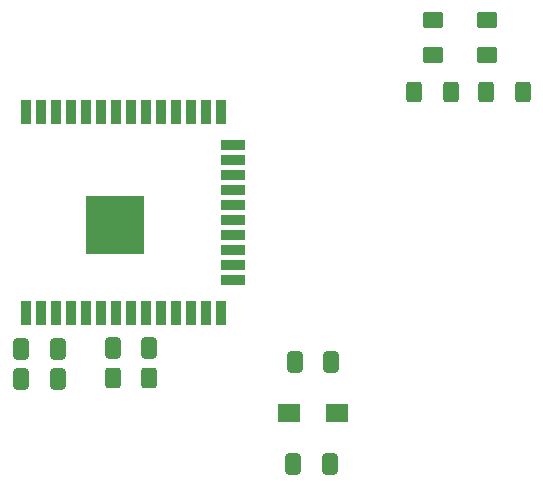
<source format=gtp>
%TF.GenerationSoftware,KiCad,Pcbnew,(6.0.1)*%
%TF.CreationDate,2022-02-11T20:29:19+00:00*%
%TF.ProjectId,pcb,7063622e-6b69-4636-9164-5f7063625858,rev?*%
%TF.SameCoordinates,Original*%
%TF.FileFunction,Paste,Top*%
%TF.FilePolarity,Positive*%
%FSLAX46Y46*%
G04 Gerber Fmt 4.6, Leading zero omitted, Abs format (unit mm)*
G04 Created by KiCad (PCBNEW (6.0.1)) date 2022-02-11 20:29:19*
%MOMM*%
%LPD*%
G01*
G04 APERTURE LIST*
G04 Aperture macros list*
%AMRoundRect*
0 Rectangle with rounded corners*
0 $1 Rounding radius*
0 $2 $3 $4 $5 $6 $7 $8 $9 X,Y pos of 4 corners*
0 Add a 4 corners polygon primitive as box body*
4,1,4,$2,$3,$4,$5,$6,$7,$8,$9,$2,$3,0*
0 Add four circle primitives for the rounded corners*
1,1,$1+$1,$2,$3*
1,1,$1+$1,$4,$5*
1,1,$1+$1,$6,$7*
1,1,$1+$1,$8,$9*
0 Add four rect primitives between the rounded corners*
20,1,$1+$1,$2,$3,$4,$5,0*
20,1,$1+$1,$4,$5,$6,$7,0*
20,1,$1+$1,$6,$7,$8,$9,0*
20,1,$1+$1,$8,$9,$2,$3,0*%
G04 Aperture macros list end*
%ADD10RoundRect,0.250000X-0.412500X-0.650000X0.412500X-0.650000X0.412500X0.650000X-0.412500X0.650000X0*%
%ADD11R,1.900000X1.500000*%
%ADD12RoundRect,0.250000X-0.400000X-0.625000X0.400000X-0.625000X0.400000X0.625000X-0.400000X0.625000X0*%
%ADD13RoundRect,0.250000X0.412500X0.650000X-0.412500X0.650000X-0.412500X-0.650000X0.412500X-0.650000X0*%
%ADD14R,0.900000X2.000000*%
%ADD15R,2.000000X0.900000*%
%ADD16R,5.000000X5.000000*%
%ADD17RoundRect,0.250001X-0.624999X0.462499X-0.624999X-0.462499X0.624999X-0.462499X0.624999X0.462499X0*%
%ADD18RoundRect,0.250000X0.400000X0.625000X-0.400000X0.625000X-0.400000X-0.625000X0.400000X-0.625000X0*%
G04 APERTURE END LIST*
D10*
%TO.C,C6*%
X112243400Y-84836000D03*
X109118400Y-84836000D03*
%TD*%
D11*
%TO.C,L1*%
X112832500Y-80553400D03*
X108732500Y-80553400D03*
%TD*%
D12*
%TO.C,R2*%
X125450000Y-53340000D03*
X128550000Y-53340000D03*
%TD*%
D13*
%TO.C,C5*%
X112345000Y-76200000D03*
X109220000Y-76200000D03*
%TD*%
D14*
%TO.C,U1*%
X86505400Y-72092200D03*
X87775400Y-72092200D03*
X89045400Y-72092200D03*
X90315400Y-72092200D03*
X91585400Y-72092200D03*
X92855400Y-72092200D03*
X94125400Y-72092200D03*
X95395400Y-72092200D03*
X96665400Y-72092200D03*
X97935400Y-72092200D03*
X99205400Y-72092200D03*
X100475400Y-72092200D03*
X101745400Y-72092200D03*
X103015400Y-72092200D03*
D15*
X104015400Y-69307200D03*
X104015400Y-68037200D03*
X104015400Y-66767200D03*
X104015400Y-65497200D03*
X104015400Y-64227200D03*
X104015400Y-62957200D03*
X104015400Y-61687200D03*
X104015400Y-60417200D03*
X104015400Y-59147200D03*
X104015400Y-57877200D03*
D14*
X103015400Y-55092200D03*
X101745400Y-55092200D03*
X100475400Y-55092200D03*
X99205400Y-55092200D03*
X97935400Y-55092200D03*
X96665400Y-55092200D03*
X95395400Y-55092200D03*
X94125400Y-55092200D03*
X92855400Y-55092200D03*
X91585400Y-55092200D03*
X90315400Y-55092200D03*
X89045400Y-55092200D03*
X87775400Y-55092200D03*
X86505400Y-55092200D03*
D16*
X94005400Y-64592200D03*
%TD*%
D13*
%TO.C,C3*%
X89167100Y-75107800D03*
X86042100Y-75107800D03*
%TD*%
D17*
%TO.C,D1*%
X125476000Y-47280500D03*
X125476000Y-50255500D03*
%TD*%
%TO.C,D2*%
X120904000Y-47280500D03*
X120904000Y-50255500D03*
%TD*%
D13*
%TO.C,C2*%
X89167100Y-77647800D03*
X86042100Y-77647800D03*
%TD*%
D12*
%TO.C,R3*%
X119354000Y-53340000D03*
X122454000Y-53340000D03*
%TD*%
D18*
%TO.C,R1*%
X96927000Y-77597000D03*
X93827000Y-77597000D03*
%TD*%
D10*
%TO.C,C1*%
X93814500Y-75057000D03*
X96939500Y-75057000D03*
%TD*%
M02*

</source>
